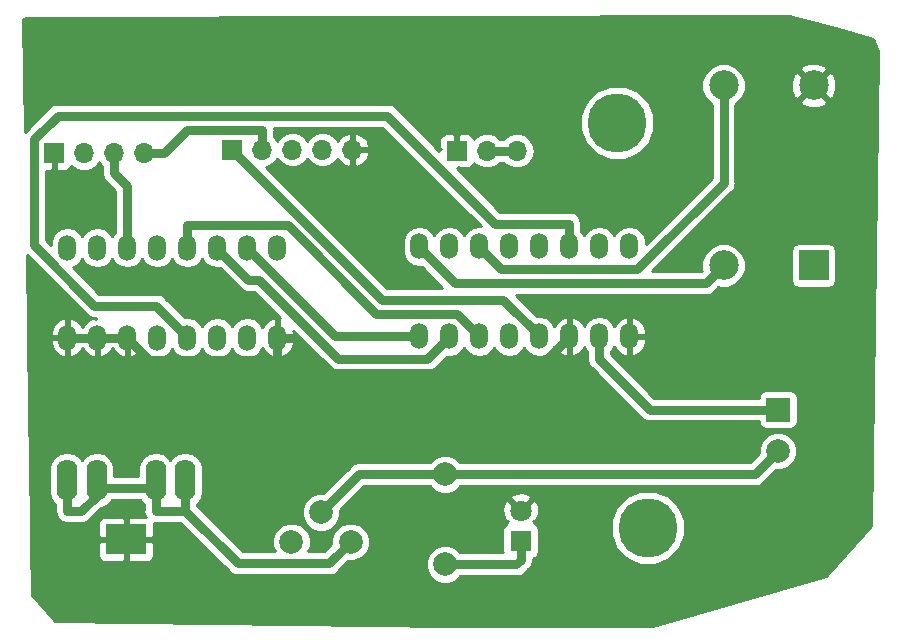
<source format=gbr>
G04 #@! TF.GenerationSoftware,KiCad,Pcbnew,(5.0.0)*
G04 #@! TF.CreationDate,2018-09-05T22:09:31+02:00*
G04 #@! TF.ProjectId,SN76849 Arduino nano shield,534E37363834392041726475696E6F20,20180905 0.7.06*
G04 #@! TF.SameCoordinates,Original*
G04 #@! TF.FileFunction,Copper,L1,Top,Signal*
G04 #@! TF.FilePolarity,Positive*
%FSLAX46Y46*%
G04 Gerber Fmt 4.6, Leading zero omitted, Abs format (unit mm)*
G04 Created by KiCad (PCBNEW (5.0.0)) date 09/05/18 22:09:31*
%MOMM*%
%LPD*%
G01*
G04 APERTURE LIST*
G04 #@! TA.AperFunction,ComponentPad*
%ADD10C,1.800000*%
G04 #@! TD*
G04 #@! TA.AperFunction,ComponentPad*
%ADD11R,1.800000X1.800000*%
G04 #@! TD*
G04 #@! TA.AperFunction,ComponentPad*
%ADD12O,1.700000X1.700000*%
G04 #@! TD*
G04 #@! TA.AperFunction,ComponentPad*
%ADD13R,1.700000X1.700000*%
G04 #@! TD*
G04 #@! TA.AperFunction,ComponentPad*
%ADD14C,5.000000*%
G04 #@! TD*
G04 #@! TA.AperFunction,ComponentPad*
%ADD15R,3.500000X2.500000*%
G04 #@! TD*
G04 #@! TA.AperFunction,ComponentPad*
%ADD16O,1.750000X3.500000*%
G04 #@! TD*
G04 #@! TA.AperFunction,ComponentPad*
%ADD17C,1.998980*%
G04 #@! TD*
G04 #@! TA.AperFunction,ComponentPad*
%ADD18O,1.501140X2.199640*%
G04 #@! TD*
G04 #@! TA.AperFunction,ComponentPad*
%ADD19C,2.500000*%
G04 #@! TD*
G04 #@! TA.AperFunction,ComponentPad*
%ADD20R,2.500000X2.500000*%
G04 #@! TD*
G04 #@! TA.AperFunction,ComponentPad*
%ADD21R,2.000000X2.000000*%
G04 #@! TD*
G04 #@! TA.AperFunction,ComponentPad*
%ADD22C,2.000000*%
G04 #@! TD*
G04 #@! TA.AperFunction,Conductor*
%ADD23C,0.750000*%
G04 #@! TD*
G04 #@! TA.AperFunction,Conductor*
%ADD24C,0.254000*%
G04 #@! TD*
G04 APERTURE END LIST*
D10*
G04 #@! TO.P,D1,2*
G04 #@! TO.N,GND*
X77200000Y-65360000D03*
D11*
G04 #@! TO.P,D1,1*
G04 #@! TO.N,Net-(D1-Pad1)*
X77200000Y-67900000D03*
G04 #@! TD*
D12*
G04 #@! TO.P,J1,5*
G04 #@! TO.N,GND*
X62960000Y-34800000D03*
G04 #@! TO.P,J1,4*
G04 #@! TO.N,/VCC*
X60420000Y-34800000D03*
G04 #@! TO.P,J1,3*
G04 #@! TO.N,/SCL*
X57880000Y-34800000D03*
G04 #@! TO.P,J1,2*
G04 #@! TO.N,/SDA*
X55340000Y-34800000D03*
D13*
G04 #@! TO.P,J1,1*
G04 #@! TO.N,/~WE*
X52800000Y-34800000D03*
G04 #@! TD*
D12*
G04 #@! TO.P,J2,3*
G04 #@! TO.N,/Audio*
X76880000Y-34900000D03*
G04 #@! TO.P,J2,2*
X74340000Y-34900000D03*
D13*
G04 #@! TO.P,J2,1*
G04 #@! TO.N,GND*
X71800000Y-34900000D03*
G04 #@! TD*
D12*
G04 #@! TO.P,J3,4*
G04 #@! TO.N,/SDA*
X45320000Y-35100000D03*
G04 #@! TO.P,J3,3*
G04 #@! TO.N,/SCL*
X42780000Y-35100000D03*
G04 #@! TO.P,J3,2*
G04 #@! TO.N,/VCC*
X40240000Y-35100000D03*
D13*
G04 #@! TO.P,J3,1*
G04 #@! TO.N,GND*
X37700000Y-35100000D03*
G04 #@! TD*
D14*
G04 #@! TO.P,J6,1*
G04 #@! TO.N,Net-(J6-Pad1)*
X87950000Y-66800000D03*
G04 #@! TD*
G04 #@! TO.P,J7,1*
G04 #@! TO.N,Net-(J7-Pad1)*
X85400000Y-32500000D03*
G04 #@! TD*
D15*
G04 #@! TO.P,J8,1*
G04 #@! TO.N,GND*
X43800000Y-67796000D03*
D16*
G04 #@! TO.P,J8,2*
G04 #@! TO.N,Net-(J8-Pad2)*
X38800000Y-62790000D03*
G04 #@! TO.P,J8,3*
X48800000Y-62790000D03*
G04 #@! TO.P,J8,4*
X41300000Y-62790000D03*
G04 #@! TO.P,J8,5*
X46300000Y-62790000D03*
G04 #@! TD*
D17*
G04 #@! TO.P,R3,1*
G04 #@! TO.N,Net-(D1-Pad1)*
X70800000Y-69900000D03*
G04 #@! TO.P,R3,2*
G04 #@! TO.N,Net-(C1-Pad2)*
X70800000Y-62280000D03*
G04 #@! TD*
D18*
G04 #@! TO.P,U1,1*
G04 #@! TO.N,GND*
X38810000Y-50710000D03*
G04 #@! TO.P,U1,2*
X41350000Y-50710000D03*
G04 #@! TO.P,U1,3*
X43890000Y-50710000D03*
G04 #@! TO.P,U1,4*
G04 #@! TO.N,/P0*
X46430000Y-50710000D03*
G04 #@! TO.P,U1,5*
G04 #@! TO.N,/P1*
X48970000Y-50710000D03*
G04 #@! TO.P,U1,6*
G04 #@! TO.N,/P2*
X51510000Y-50710000D03*
G04 #@! TO.P,U1,7*
G04 #@! TO.N,/P3*
X54050000Y-50710000D03*
G04 #@! TO.P,U1,8*
G04 #@! TO.N,GND*
X56590000Y-50710000D03*
G04 #@! TO.P,U1,9*
G04 #@! TO.N,/P4*
X56590000Y-43090000D03*
G04 #@! TO.P,U1,10*
G04 #@! TO.N,/P5*
X54050000Y-43090000D03*
G04 #@! TO.P,U1,11*
G04 #@! TO.N,/P6*
X51510000Y-43090000D03*
G04 #@! TO.P,U1,12*
G04 #@! TO.N,/P7*
X48970000Y-43090000D03*
G04 #@! TO.P,U1,13*
G04 #@! TO.N,Net-(U1-Pad13)*
X46430000Y-43090000D03*
G04 #@! TO.P,U1,14*
G04 #@! TO.N,/SCL*
X43890000Y-43090000D03*
G04 #@! TO.P,U1,15*
G04 #@! TO.N,/SDA*
X41350000Y-43090000D03*
G04 #@! TO.P,U1,16*
G04 #@! TO.N,/VCC*
X38810000Y-43090000D03*
G04 #@! TD*
G04 #@! TO.P,U3,16*
G04 #@! TO.N,/VCC*
X68610000Y-42990000D03*
G04 #@! TO.P,U3,15*
G04 #@! TO.N,/P4*
X71150000Y-42990000D03*
G04 #@! TO.P,U3,14*
G04 #@! TO.N,/Clock*
X73690000Y-42990000D03*
G04 #@! TO.P,U3,13*
G04 #@! TO.N,/P3*
X76230000Y-42990000D03*
G04 #@! TO.P,U3,12*
G04 #@! TO.N,/P2*
X78770000Y-42990000D03*
G04 #@! TO.P,U3,11*
G04 #@! TO.N,/P1*
X81310000Y-42990000D03*
G04 #@! TO.P,U3,10*
G04 #@! TO.N,/P0*
X83850000Y-42990000D03*
G04 #@! TO.P,U3,9*
G04 #@! TO.N,Net-(U3-Pad9)*
X86390000Y-42990000D03*
G04 #@! TO.P,U3,8*
G04 #@! TO.N,GND*
X86390000Y-50610000D03*
G04 #@! TO.P,U3,7*
G04 #@! TO.N,/Audio*
X83850000Y-50610000D03*
G04 #@! TO.P,U3,6*
G04 #@! TO.N,GND*
X81310000Y-50610000D03*
G04 #@! TO.P,U3,5*
G04 #@! TO.N,/~WE*
X78770000Y-50610000D03*
G04 #@! TO.P,U3,4*
G04 #@! TO.N,Net-(U3-Pad4)*
X76230000Y-50610000D03*
G04 #@! TO.P,U3,3*
G04 #@! TO.N,/P7*
X73690000Y-50610000D03*
G04 #@! TO.P,U3,2*
G04 #@! TO.N,/P6*
X71150000Y-50610000D03*
G04 #@! TO.P,U3,1*
G04 #@! TO.N,/P5*
X68610000Y-50610000D03*
G04 #@! TD*
D19*
G04 #@! TO.P,X1,7*
G04 #@! TO.N,GND*
X102000000Y-29360000D03*
G04 #@! TO.P,X1,8*
G04 #@! TO.N,/Clock*
X94380000Y-29360000D03*
G04 #@! TO.P,X1,14*
G04 #@! TO.N,/VCC*
X94380000Y-44600000D03*
D20*
G04 #@! TO.P,X1,1*
G04 #@! TO.N,Net-(X1-Pad1)*
X102000000Y-44600000D03*
G04 #@! TD*
D21*
G04 #@! TO.P,C1,1*
G04 #@! TO.N,/Audio*
X99000000Y-56800000D03*
D22*
G04 #@! TO.P,C1,2*
G04 #@! TO.N,Net-(C1-Pad2)*
X99000000Y-60300000D03*
G04 #@! TD*
D17*
G04 #@! TO.P,RV1,1*
G04 #@! TO.N,Net-(RV1-Pad1)*
X57800640Y-67999360D03*
G04 #@! TO.P,RV1,2*
G04 #@! TO.N,Net-(C1-Pad2)*
X60300000Y-65500000D03*
G04 #@! TO.P,RV1,3*
G04 #@! TO.N,Net-(J8-Pad2)*
X62799360Y-67999360D03*
G04 #@! TD*
D23*
G04 #@! TO.N,/Audio*
X83850000Y-50610000D02*
X83850000Y-52535200D01*
X99000000Y-56800000D02*
X88114800Y-56800000D01*
X88114800Y-56800000D02*
X83850000Y-52535200D01*
X74340000Y-34900000D02*
X76880000Y-34900000D01*
G04 #@! TO.N,Net-(C1-Pad2)*
X70800000Y-62280000D02*
X97020000Y-62280000D01*
X97020000Y-62280000D02*
X99000000Y-60300000D01*
X60300000Y-65500000D02*
X63520000Y-62280000D01*
X63520000Y-62280000D02*
X70800000Y-62280000D01*
G04 #@! TO.N,Net-(D1-Pad1)*
X77200000Y-67900000D02*
X77200000Y-69550000D01*
X77200000Y-69550000D02*
X76850000Y-69900000D01*
X76850000Y-69900000D02*
X70800000Y-69900000D01*
G04 #@! TO.N,GND*
X56590000Y-50710000D02*
X58165900Y-50710000D01*
X81310000Y-50610000D02*
X81310000Y-50692800D01*
X81310000Y-50692800D02*
X78267200Y-53735600D01*
X78267200Y-53735600D02*
X61191500Y-53735600D01*
X61191500Y-53735600D02*
X58165900Y-50710000D01*
X43890000Y-50710000D02*
X42925900Y-50710000D01*
X41350000Y-50710000D02*
X42925900Y-50710000D01*
X56590000Y-52635200D02*
X45742200Y-52635200D01*
X45742200Y-52635200D02*
X43890000Y-50783000D01*
X43890000Y-50783000D02*
X43890000Y-50710000D01*
X41350000Y-50710000D02*
X38810000Y-50710000D01*
X56590000Y-50710000D02*
X56590000Y-52635200D01*
G04 #@! TO.N,/VCC*
X94380000Y-44600000D02*
X92863100Y-46116900D01*
X92863100Y-46116900D02*
X71657200Y-46116900D01*
X71657200Y-46116900D02*
X68610000Y-43069700D01*
X68610000Y-43069700D02*
X68610000Y-42990000D01*
G04 #@! TO.N,/SCL*
X42780000Y-35100000D02*
X42780000Y-36775300D01*
X43890000Y-43090000D02*
X43890000Y-37885300D01*
X43890000Y-37885300D02*
X42780000Y-36775300D01*
G04 #@! TO.N,/SDA*
X55340000Y-34800000D02*
X55340000Y-33124700D01*
X45320000Y-35100000D02*
X46995300Y-35100000D01*
X46995300Y-35100000D02*
X48970600Y-33124700D01*
X48970600Y-33124700D02*
X55340000Y-33124700D01*
G04 #@! TO.N,Net-(J8-Pad2)*
X62799400Y-67999400D02*
X60973200Y-69825600D01*
X60973200Y-69825600D02*
X53260300Y-69825600D01*
X53260300Y-69825600D02*
X48800000Y-65365300D01*
X46300000Y-63433800D02*
X46300000Y-65365300D01*
X46300000Y-62790000D02*
X46300000Y-63433800D01*
X41300000Y-63433800D02*
X46300000Y-63433800D01*
X41300000Y-63433800D02*
X41300000Y-64077600D01*
X41300000Y-62790000D02*
X41300000Y-63433800D01*
X48800000Y-62790000D02*
X48800000Y-65365300D01*
X46300000Y-65365300D02*
X48800000Y-65365300D01*
X38800000Y-62790000D02*
X38800000Y-65365300D01*
X41300000Y-64077600D02*
X40012300Y-65365300D01*
X40012300Y-65365300D02*
X38800000Y-65365300D01*
G04 #@! TO.N,/P1*
X81310000Y-42990000D02*
X81310000Y-41064800D01*
X81310000Y-41064800D02*
X75059900Y-41064800D01*
X75059900Y-41064800D02*
X65915800Y-31920700D01*
X65915800Y-31920700D02*
X38009900Y-31920700D01*
X38009900Y-31920700D02*
X36013600Y-33917000D01*
X36013600Y-33917000D02*
X36013600Y-42894900D01*
X36013600Y-42894900D02*
X41123400Y-48004700D01*
X41123400Y-48004700D02*
X46349400Y-48004700D01*
X46349400Y-48004700D02*
X48970000Y-50625300D01*
X48970000Y-50625300D02*
X48970000Y-50710000D01*
G04 #@! TO.N,/P5*
X68610000Y-50610000D02*
X61527500Y-50610000D01*
X61527500Y-50610000D02*
X54050000Y-43132500D01*
X54050000Y-43132500D02*
X54050000Y-43090000D01*
G04 #@! TO.N,/P6*
X71150000Y-50610000D02*
X71150000Y-50692800D01*
X71150000Y-50692800D02*
X69307600Y-52535200D01*
X69307600Y-52535200D02*
X61750500Y-52535200D01*
X61750500Y-52535200D02*
X55010600Y-45795300D01*
X55010600Y-45795300D02*
X54130600Y-45795300D01*
X54130600Y-45795300D02*
X51510000Y-43174700D01*
X51510000Y-43174700D02*
X51510000Y-43090000D01*
G04 #@! TO.N,/P7*
X73690000Y-50610000D02*
X73690000Y-50538900D01*
X73690000Y-50538900D02*
X71835900Y-48684800D01*
X71835900Y-48684800D02*
X64987100Y-48684800D01*
X64987100Y-48684800D02*
X57467100Y-41164800D01*
X57467100Y-41164800D02*
X48970000Y-41164800D01*
X48970000Y-43090000D02*
X48970000Y-41164800D01*
G04 #@! TO.N,/~WE*
X78770000Y-50610000D02*
X78770000Y-50527300D01*
X78770000Y-50527300D02*
X75727100Y-47484400D01*
X75727100Y-47484400D02*
X65484400Y-47484400D01*
X65484400Y-47484400D02*
X52800000Y-34800000D01*
G04 #@! TO.N,/Clock*
X94380000Y-29360000D02*
X94380000Y-37628600D01*
X94380000Y-37628600D02*
X87092100Y-44916500D01*
X87092100Y-44916500D02*
X75573100Y-44916500D01*
X75573100Y-44916500D02*
X73690000Y-43033400D01*
X73690000Y-43033400D02*
X73690000Y-42990000D01*
G04 #@! TD*
D24*
G04 #@! TO.N,GND*
G36*
X104136486Y-24573824D02*
X107009989Y-25406149D01*
X107488351Y-26406360D01*
X106894023Y-66622599D01*
X103057954Y-70874629D01*
X88399485Y-75139802D01*
X71180661Y-75106073D01*
X37758279Y-74673744D01*
X35856048Y-72499765D01*
X35784646Y-68081750D01*
X41415000Y-68081750D01*
X41415000Y-69172310D01*
X41511673Y-69405699D01*
X41690302Y-69584327D01*
X41923691Y-69681000D01*
X43514250Y-69681000D01*
X43673000Y-69522250D01*
X43673000Y-67923000D01*
X43927000Y-67923000D01*
X43927000Y-69522250D01*
X44085750Y-69681000D01*
X45676309Y-69681000D01*
X45909698Y-69584327D01*
X46088327Y-69405699D01*
X46185000Y-69172310D01*
X46185000Y-68081750D01*
X46026250Y-67923000D01*
X43927000Y-67923000D01*
X43673000Y-67923000D01*
X41573750Y-67923000D01*
X41415000Y-68081750D01*
X35784646Y-68081750D01*
X35757785Y-66419690D01*
X41415000Y-66419690D01*
X41415000Y-67510250D01*
X41573750Y-67669000D01*
X43673000Y-67669000D01*
X43673000Y-66069750D01*
X43514250Y-65911000D01*
X41923691Y-65911000D01*
X41690302Y-66007673D01*
X41511673Y-66186301D01*
X41415000Y-66419690D01*
X35757785Y-66419690D01*
X35682578Y-61766282D01*
X37290000Y-61766282D01*
X37290000Y-63813717D01*
X37377612Y-64254172D01*
X37711351Y-64753649D01*
X37790001Y-64806201D01*
X37790001Y-65265820D01*
X37770213Y-65365300D01*
X37848601Y-65759382D01*
X38071831Y-66093469D01*
X38405918Y-66316699D01*
X38700524Y-66375300D01*
X38700525Y-66375300D01*
X38800000Y-66395087D01*
X38899476Y-66375300D01*
X39912829Y-66375300D01*
X40012300Y-66395086D01*
X40111771Y-66375300D01*
X40111776Y-66375300D01*
X40406382Y-66316699D01*
X40740469Y-66093469D01*
X40796818Y-66009137D01*
X41676206Y-65129750D01*
X41889172Y-65087388D01*
X42388649Y-64753649D01*
X42595683Y-64443800D01*
X45004317Y-64443800D01*
X45211351Y-64753649D01*
X45290001Y-64806201D01*
X45290001Y-65265820D01*
X45270213Y-65365300D01*
X45348601Y-65759382D01*
X45449909Y-65911000D01*
X44085750Y-65911000D01*
X43927000Y-66069750D01*
X43927000Y-67669000D01*
X46026250Y-67669000D01*
X46185000Y-67510250D01*
X46185000Y-66419690D01*
X46163568Y-66367949D01*
X46200524Y-66375300D01*
X46200525Y-66375300D01*
X46300000Y-66395087D01*
X46399476Y-66375300D01*
X48381645Y-66375300D01*
X52475784Y-70469440D01*
X52532131Y-70553769D01*
X52616460Y-70610116D01*
X52616462Y-70610118D01*
X52791405Y-70727011D01*
X52866218Y-70776999D01*
X53160824Y-70835600D01*
X53160829Y-70835600D01*
X53260300Y-70855386D01*
X53359771Y-70835600D01*
X60873729Y-70835600D01*
X60973200Y-70855386D01*
X61072671Y-70835600D01*
X61072676Y-70835600D01*
X61367282Y-70776999D01*
X61701369Y-70553769D01*
X61757718Y-70469438D01*
X62593305Y-69633850D01*
X63124480Y-69633850D01*
X63266846Y-69574880D01*
X69165510Y-69574880D01*
X69165510Y-70225120D01*
X69414346Y-70825864D01*
X69874136Y-71285654D01*
X70474880Y-71534490D01*
X71125120Y-71534490D01*
X71725864Y-71285654D01*
X72101518Y-70910000D01*
X76750529Y-70910000D01*
X76850000Y-70929786D01*
X76949471Y-70910000D01*
X76949476Y-70910000D01*
X77244082Y-70851399D01*
X77578169Y-70628169D01*
X77634518Y-70543837D01*
X77843837Y-70334518D01*
X77928169Y-70278169D01*
X78151399Y-69944082D01*
X78210000Y-69649476D01*
X78210000Y-69649471D01*
X78229786Y-69550000D01*
X78210000Y-69450529D01*
X78210000Y-69425560D01*
X78347765Y-69398157D01*
X78557809Y-69257809D01*
X78698157Y-69047765D01*
X78747440Y-68800000D01*
X78747440Y-67000000D01*
X78698157Y-66752235D01*
X78557809Y-66542191D01*
X78359886Y-66409942D01*
X78394718Y-66375110D01*
X78280161Y-66260553D01*
X78529928Y-66176410D01*
X84815000Y-66176410D01*
X84815000Y-67423590D01*
X85292276Y-68575835D01*
X86174165Y-69457724D01*
X87326410Y-69935000D01*
X88573590Y-69935000D01*
X89725835Y-69457724D01*
X90607724Y-68575835D01*
X91085000Y-67423590D01*
X91085000Y-66176410D01*
X90607724Y-65024165D01*
X89725835Y-64142276D01*
X88573590Y-63665000D01*
X87326410Y-63665000D01*
X86174165Y-64142276D01*
X85292276Y-65024165D01*
X84815000Y-66176410D01*
X78529928Y-66176410D01*
X78536643Y-66174148D01*
X78746458Y-65600664D01*
X78720839Y-64990540D01*
X78536643Y-64545852D01*
X78280159Y-64459446D01*
X77379605Y-65360000D01*
X77393748Y-65374143D01*
X77214143Y-65553748D01*
X77200000Y-65539605D01*
X77185858Y-65553748D01*
X77006253Y-65374143D01*
X77020395Y-65360000D01*
X76119841Y-64459446D01*
X75863357Y-64545852D01*
X75653542Y-65119336D01*
X75679161Y-65729460D01*
X75863357Y-66174148D01*
X76119839Y-66260553D01*
X76005282Y-66375110D01*
X76040114Y-66409942D01*
X75842191Y-66542191D01*
X75701843Y-66752235D01*
X75652560Y-67000000D01*
X75652560Y-68800000D01*
X75670462Y-68890000D01*
X72101518Y-68890000D01*
X71725864Y-68514346D01*
X71125120Y-68265510D01*
X70474880Y-68265510D01*
X69874136Y-68514346D01*
X69414346Y-68974136D01*
X69165510Y-69574880D01*
X63266846Y-69574880D01*
X63725224Y-69385014D01*
X64185014Y-68925224D01*
X64433850Y-68324480D01*
X64433850Y-67674240D01*
X64185014Y-67073496D01*
X63725224Y-66613706D01*
X63124480Y-66364870D01*
X62474240Y-66364870D01*
X61873496Y-66613706D01*
X61413706Y-67073496D01*
X61164870Y-67674240D01*
X61164870Y-68205575D01*
X60554845Y-68815600D01*
X59231702Y-68815600D01*
X59435130Y-68324480D01*
X59435130Y-67674240D01*
X59186294Y-67073496D01*
X58726504Y-66613706D01*
X58125760Y-66364870D01*
X57475520Y-66364870D01*
X56874776Y-66613706D01*
X56414986Y-67073496D01*
X56166150Y-67674240D01*
X56166150Y-68324480D01*
X56369578Y-68815600D01*
X53678656Y-68815600D01*
X50037936Y-65174880D01*
X58665510Y-65174880D01*
X58665510Y-65825120D01*
X58914346Y-66425864D01*
X59374136Y-66885654D01*
X59974880Y-67134490D01*
X60625120Y-67134490D01*
X61225864Y-66885654D01*
X61685654Y-66425864D01*
X61934490Y-65825120D01*
X61934490Y-65293865D01*
X62948514Y-64279841D01*
X76299446Y-64279841D01*
X77200000Y-65180395D01*
X78100554Y-64279841D01*
X78014148Y-64023357D01*
X77440664Y-63813542D01*
X76830540Y-63839161D01*
X76385852Y-64023357D01*
X76299446Y-64279841D01*
X62948514Y-64279841D01*
X63938356Y-63290000D01*
X69498482Y-63290000D01*
X69874136Y-63665654D01*
X70474880Y-63914490D01*
X71125120Y-63914490D01*
X71725864Y-63665654D01*
X72101518Y-63290000D01*
X96920529Y-63290000D01*
X97020000Y-63309786D01*
X97119471Y-63290000D01*
X97119476Y-63290000D01*
X97414082Y-63231399D01*
X97748169Y-63008169D01*
X97804518Y-62923838D01*
X98793356Y-61935000D01*
X99325222Y-61935000D01*
X99926153Y-61686086D01*
X100386086Y-61226153D01*
X100635000Y-60625222D01*
X100635000Y-59974778D01*
X100386086Y-59373847D01*
X99926153Y-58913914D01*
X99325222Y-58665000D01*
X98674778Y-58665000D01*
X98073847Y-58913914D01*
X97613914Y-59373847D01*
X97365000Y-59974778D01*
X97365000Y-60506644D01*
X96601645Y-61270000D01*
X72101518Y-61270000D01*
X71725864Y-60894346D01*
X71125120Y-60645510D01*
X70474880Y-60645510D01*
X69874136Y-60894346D01*
X69498482Y-61270000D01*
X63619471Y-61270000D01*
X63520000Y-61250214D01*
X63420529Y-61270000D01*
X63420524Y-61270000D01*
X63125918Y-61328601D01*
X63125916Y-61328602D01*
X63125917Y-61328602D01*
X62876162Y-61495482D01*
X62876160Y-61495484D01*
X62791831Y-61551831D01*
X62735484Y-61636160D01*
X60506135Y-63865510D01*
X59974880Y-63865510D01*
X59374136Y-64114346D01*
X58914346Y-64574136D01*
X58665510Y-65174880D01*
X50037936Y-65174880D01*
X49810000Y-64946945D01*
X49810000Y-64806200D01*
X49888649Y-64753649D01*
X50222388Y-64254173D01*
X50310000Y-63813718D01*
X50310000Y-61766282D01*
X50222388Y-61325827D01*
X49888649Y-60826351D01*
X49389173Y-60492612D01*
X48800000Y-60375418D01*
X48210828Y-60492612D01*
X47711352Y-60826351D01*
X47550000Y-61067831D01*
X47388649Y-60826351D01*
X46889173Y-60492612D01*
X46300000Y-60375418D01*
X45710828Y-60492612D01*
X45211352Y-60826351D01*
X44877613Y-61325827D01*
X44790000Y-61766282D01*
X44790000Y-62423800D01*
X42810000Y-62423800D01*
X42810000Y-61766282D01*
X42722388Y-61325827D01*
X42388649Y-60826351D01*
X41889173Y-60492612D01*
X41300000Y-60375418D01*
X40710828Y-60492612D01*
X40211352Y-60826351D01*
X40050000Y-61067831D01*
X39888649Y-60826351D01*
X39389173Y-60492612D01*
X38800000Y-60375418D01*
X38210828Y-60492612D01*
X37711352Y-60826351D01*
X37377613Y-61325827D01*
X37290000Y-61766282D01*
X35682578Y-61766282D01*
X35505944Y-50837000D01*
X37424430Y-50837000D01*
X37424430Y-51186250D01*
X37578501Y-51706817D01*
X37920056Y-52128798D01*
X38397097Y-52387950D01*
X38468725Y-52402133D01*
X38683000Y-52279479D01*
X38683000Y-50837000D01*
X38937000Y-50837000D01*
X38937000Y-52279479D01*
X39151275Y-52402133D01*
X39222903Y-52387950D01*
X39699944Y-52128798D01*
X40041499Y-51706817D01*
X40080000Y-51576732D01*
X40118501Y-51706817D01*
X40460056Y-52128798D01*
X40937097Y-52387950D01*
X41008725Y-52402133D01*
X41223000Y-52279479D01*
X41223000Y-50837000D01*
X41477000Y-50837000D01*
X41477000Y-52279479D01*
X41691275Y-52402133D01*
X41762903Y-52387950D01*
X42239944Y-52128798D01*
X42581499Y-51706817D01*
X42620000Y-51576732D01*
X42658501Y-51706817D01*
X43000056Y-52128798D01*
X43477097Y-52387950D01*
X43548725Y-52402133D01*
X43763000Y-52279479D01*
X43763000Y-50837000D01*
X41477000Y-50837000D01*
X41223000Y-50837000D01*
X38937000Y-50837000D01*
X38683000Y-50837000D01*
X37424430Y-50837000D01*
X35505944Y-50837000D01*
X35496195Y-50233750D01*
X37424430Y-50233750D01*
X37424430Y-50583000D01*
X38683000Y-50583000D01*
X38683000Y-49140521D01*
X38468725Y-49017867D01*
X38397097Y-49032050D01*
X37920056Y-49291202D01*
X37578501Y-49713183D01*
X37424430Y-50233750D01*
X35496195Y-50233750D01*
X35390602Y-43700257D01*
X40338884Y-48648540D01*
X40395231Y-48732869D01*
X40479560Y-48789216D01*
X40479561Y-48789217D01*
X40567590Y-48848036D01*
X40729318Y-48956099D01*
X41023924Y-49014700D01*
X41023928Y-49014700D01*
X41123399Y-49034486D01*
X41222870Y-49014700D01*
X41222998Y-49014700D01*
X41222998Y-49140520D01*
X41008725Y-49017867D01*
X40937097Y-49032050D01*
X40460056Y-49291202D01*
X40118501Y-49713183D01*
X40080000Y-49843268D01*
X40041499Y-49713183D01*
X39699944Y-49291202D01*
X39222903Y-49032050D01*
X39151275Y-49017867D01*
X38937000Y-49140521D01*
X38937000Y-50583000D01*
X41223000Y-50583000D01*
X41223000Y-50563000D01*
X41477000Y-50563000D01*
X41477000Y-50583000D01*
X43763000Y-50583000D01*
X43763000Y-50563000D01*
X44017000Y-50563000D01*
X44017000Y-50583000D01*
X44037000Y-50583000D01*
X44037000Y-50837000D01*
X44017000Y-50837000D01*
X44017000Y-52279479D01*
X44231275Y-52402133D01*
X44302903Y-52387950D01*
X44779944Y-52128798D01*
X45121499Y-51706817D01*
X45144455Y-51629255D01*
X45431061Y-52058190D01*
X45889379Y-52364428D01*
X46430000Y-52471964D01*
X46970622Y-52364428D01*
X47428940Y-52058190D01*
X47700000Y-51652520D01*
X47971061Y-52058190D01*
X48429379Y-52364428D01*
X48970000Y-52471964D01*
X49510622Y-52364428D01*
X49968940Y-52058190D01*
X50240000Y-51652520D01*
X50511061Y-52058190D01*
X50969379Y-52364428D01*
X51510000Y-52471964D01*
X52050622Y-52364428D01*
X52508940Y-52058190D01*
X52780000Y-51652520D01*
X53051061Y-52058190D01*
X53509379Y-52364428D01*
X54050000Y-52471964D01*
X54590622Y-52364428D01*
X55048940Y-52058190D01*
X55335545Y-51629255D01*
X55358501Y-51706817D01*
X55700056Y-52128798D01*
X56177097Y-52387950D01*
X56248725Y-52402133D01*
X56463000Y-52279479D01*
X56463000Y-50837000D01*
X56717000Y-50837000D01*
X56717000Y-52279479D01*
X56931275Y-52402133D01*
X57002903Y-52387950D01*
X57479944Y-52128798D01*
X57821499Y-51706817D01*
X57975570Y-51186250D01*
X57975570Y-50837000D01*
X56717000Y-50837000D01*
X56463000Y-50837000D01*
X56443000Y-50837000D01*
X56443000Y-50583000D01*
X56463000Y-50583000D01*
X56463000Y-49140521D01*
X56248725Y-49017867D01*
X56177097Y-49032050D01*
X55700056Y-49291202D01*
X55358501Y-49713183D01*
X55335545Y-49790745D01*
X55048939Y-49361810D01*
X54590621Y-49055572D01*
X54050000Y-48948036D01*
X53509378Y-49055572D01*
X53051060Y-49361811D01*
X52780000Y-49767481D01*
X52508939Y-49361810D01*
X52050621Y-49055572D01*
X51510000Y-48948036D01*
X50969378Y-49055572D01*
X50511060Y-49361811D01*
X50240000Y-49767481D01*
X49968939Y-49361810D01*
X49510621Y-49055572D01*
X48970000Y-48948036D01*
X48762388Y-48989333D01*
X47133918Y-47360863D01*
X47077569Y-47276531D01*
X46743482Y-47053301D01*
X46448876Y-46994700D01*
X46448871Y-46994700D01*
X46349400Y-46974914D01*
X46249929Y-46994700D01*
X41541756Y-46994700D01*
X39301295Y-44754240D01*
X39350622Y-44744428D01*
X39808940Y-44438190D01*
X40080000Y-44032520D01*
X40351061Y-44438190D01*
X40809379Y-44744428D01*
X41350000Y-44851964D01*
X41890622Y-44744428D01*
X42348940Y-44438190D01*
X42620000Y-44032520D01*
X42891061Y-44438190D01*
X43349379Y-44744428D01*
X43890000Y-44851964D01*
X44430622Y-44744428D01*
X44888940Y-44438190D01*
X45160000Y-44032520D01*
X45431061Y-44438190D01*
X45889379Y-44744428D01*
X46430000Y-44851964D01*
X46970622Y-44744428D01*
X47428940Y-44438190D01*
X47700000Y-44032520D01*
X47971061Y-44438190D01*
X48429379Y-44744428D01*
X48970000Y-44851964D01*
X49510622Y-44744428D01*
X49968940Y-44438190D01*
X50240000Y-44032520D01*
X50511061Y-44438190D01*
X50969379Y-44744428D01*
X51510000Y-44851964D01*
X51717612Y-44810667D01*
X53346082Y-46439137D01*
X53402431Y-46523469D01*
X53736518Y-46746699D01*
X54031124Y-46805300D01*
X54031128Y-46805300D01*
X54130599Y-46825086D01*
X54230070Y-46805300D01*
X54592245Y-46805300D01*
X56850849Y-49063904D01*
X56717000Y-49140521D01*
X56717000Y-50583000D01*
X57975570Y-50583000D01*
X57975570Y-50233750D01*
X57956600Y-50169656D01*
X60965984Y-53179040D01*
X61022331Y-53263369D01*
X61106660Y-53319716D01*
X61106662Y-53319718D01*
X61281605Y-53436611D01*
X61356418Y-53486599D01*
X61651024Y-53545200D01*
X61651029Y-53545200D01*
X61750500Y-53564986D01*
X61849971Y-53545200D01*
X69208129Y-53545200D01*
X69307600Y-53564986D01*
X69407071Y-53545200D01*
X69407076Y-53545200D01*
X69701682Y-53486599D01*
X70035769Y-53263369D01*
X70092118Y-53179037D01*
X70940803Y-52330352D01*
X71150000Y-52371964D01*
X71690622Y-52264428D01*
X72148940Y-51958190D01*
X72420000Y-51552520D01*
X72691061Y-51958190D01*
X73149379Y-52264428D01*
X73690000Y-52371964D01*
X74230622Y-52264428D01*
X74688940Y-51958190D01*
X74960000Y-51552520D01*
X75231061Y-51958190D01*
X75689379Y-52264428D01*
X76230000Y-52371964D01*
X76770622Y-52264428D01*
X77228940Y-51958190D01*
X77500000Y-51552520D01*
X77771061Y-51958190D01*
X78229379Y-52264428D01*
X78770000Y-52371964D01*
X79310622Y-52264428D01*
X79768940Y-51958190D01*
X80055545Y-51529255D01*
X80078501Y-51606817D01*
X80420056Y-52028798D01*
X80897097Y-52287950D01*
X80968725Y-52302133D01*
X81183000Y-52179479D01*
X81183000Y-50737000D01*
X81163000Y-50737000D01*
X81163000Y-50483000D01*
X81183000Y-50483000D01*
X81183000Y-49040521D01*
X81437000Y-49040521D01*
X81437000Y-50483000D01*
X81457000Y-50483000D01*
X81457000Y-50737000D01*
X81437000Y-50737000D01*
X81437000Y-52179479D01*
X81651275Y-52302133D01*
X81722903Y-52287950D01*
X82199944Y-52028798D01*
X82541499Y-51606817D01*
X82564455Y-51529255D01*
X82840001Y-51941637D01*
X82840001Y-52435725D01*
X82820214Y-52535200D01*
X82898602Y-52929282D01*
X83065482Y-53179037D01*
X83065485Y-53179040D01*
X83121832Y-53263369D01*
X83206161Y-53319716D01*
X87330284Y-57443840D01*
X87386631Y-57528169D01*
X87470960Y-57584516D01*
X87470962Y-57584518D01*
X87645905Y-57701411D01*
X87720718Y-57751399D01*
X88015324Y-57810000D01*
X88015328Y-57810000D01*
X88114799Y-57829786D01*
X88214270Y-57810000D01*
X97354549Y-57810000D01*
X97401843Y-58047765D01*
X97542191Y-58257809D01*
X97752235Y-58398157D01*
X98000000Y-58447440D01*
X100000000Y-58447440D01*
X100247765Y-58398157D01*
X100457809Y-58257809D01*
X100598157Y-58047765D01*
X100647440Y-57800000D01*
X100647440Y-55800000D01*
X100598157Y-55552235D01*
X100457809Y-55342191D01*
X100247765Y-55201843D01*
X100000000Y-55152560D01*
X98000000Y-55152560D01*
X97752235Y-55201843D01*
X97542191Y-55342191D01*
X97401843Y-55552235D01*
X97354549Y-55790000D01*
X88533156Y-55790000D01*
X84860000Y-52116845D01*
X84860000Y-51941638D01*
X85135545Y-51529255D01*
X85158501Y-51606817D01*
X85500056Y-52028798D01*
X85977097Y-52287950D01*
X86048725Y-52302133D01*
X86263000Y-52179479D01*
X86263000Y-50737000D01*
X86517000Y-50737000D01*
X86517000Y-52179479D01*
X86731275Y-52302133D01*
X86802903Y-52287950D01*
X87279944Y-52028798D01*
X87621499Y-51606817D01*
X87775570Y-51086250D01*
X87775570Y-50737000D01*
X86517000Y-50737000D01*
X86263000Y-50737000D01*
X86243000Y-50737000D01*
X86243000Y-50483000D01*
X86263000Y-50483000D01*
X86263000Y-49040521D01*
X86517000Y-49040521D01*
X86517000Y-50483000D01*
X87775570Y-50483000D01*
X87775570Y-50133750D01*
X87621499Y-49613183D01*
X87279944Y-49191202D01*
X86802903Y-48932050D01*
X86731275Y-48917867D01*
X86517000Y-49040521D01*
X86263000Y-49040521D01*
X86048725Y-48917867D01*
X85977097Y-48932050D01*
X85500056Y-49191202D01*
X85158501Y-49613183D01*
X85135545Y-49690745D01*
X84848939Y-49261810D01*
X84390621Y-48955572D01*
X83850000Y-48848036D01*
X83309378Y-48955572D01*
X82851060Y-49261811D01*
X82564455Y-49690746D01*
X82541499Y-49613183D01*
X82199944Y-49191202D01*
X81722903Y-48932050D01*
X81651275Y-48917867D01*
X81437000Y-49040521D01*
X81183000Y-49040521D01*
X80968725Y-48917867D01*
X80897097Y-48932050D01*
X80420056Y-49191202D01*
X80078501Y-49613183D01*
X80055545Y-49690745D01*
X79768939Y-49261810D01*
X79310621Y-48955572D01*
X78770000Y-48848036D01*
X78560720Y-48889664D01*
X76797955Y-47126900D01*
X92763629Y-47126900D01*
X92863100Y-47146686D01*
X92962571Y-47126900D01*
X92962576Y-47126900D01*
X93257182Y-47068299D01*
X93591269Y-46845069D01*
X93647618Y-46760738D01*
X93947283Y-46461072D01*
X94005050Y-46485000D01*
X94754950Y-46485000D01*
X95447767Y-46198026D01*
X95978026Y-45667767D01*
X96265000Y-44974950D01*
X96265000Y-44225050D01*
X95978026Y-43532233D01*
X95795793Y-43350000D01*
X100102560Y-43350000D01*
X100102560Y-45850000D01*
X100151843Y-46097765D01*
X100292191Y-46307809D01*
X100502235Y-46448157D01*
X100750000Y-46497440D01*
X103250000Y-46497440D01*
X103497765Y-46448157D01*
X103707809Y-46307809D01*
X103848157Y-46097765D01*
X103897440Y-45850000D01*
X103897440Y-43350000D01*
X103848157Y-43102235D01*
X103707809Y-42892191D01*
X103497765Y-42751843D01*
X103250000Y-42702560D01*
X100750000Y-42702560D01*
X100502235Y-42751843D01*
X100292191Y-42892191D01*
X100151843Y-43102235D01*
X100102560Y-43350000D01*
X95795793Y-43350000D01*
X95447767Y-43001974D01*
X94754950Y-42715000D01*
X94005050Y-42715000D01*
X93312233Y-43001974D01*
X92781974Y-43532233D01*
X92495000Y-44225050D01*
X92495000Y-44974950D01*
X92518928Y-45032717D01*
X92444745Y-45106900D01*
X88330055Y-45106900D01*
X95023837Y-38413118D01*
X95108169Y-38356769D01*
X95331399Y-38022682D01*
X95390000Y-37728076D01*
X95390000Y-37728072D01*
X95409786Y-37628601D01*
X95390000Y-37529130D01*
X95390000Y-30981954D01*
X95447767Y-30958026D01*
X95712473Y-30693320D01*
X100846285Y-30693320D01*
X100975533Y-30986123D01*
X101675806Y-31254388D01*
X102425435Y-31234250D01*
X103024467Y-30986123D01*
X103153715Y-30693320D01*
X102000000Y-29539605D01*
X100846285Y-30693320D01*
X95712473Y-30693320D01*
X95978026Y-30427767D01*
X96265000Y-29734950D01*
X96265000Y-29035806D01*
X100105612Y-29035806D01*
X100125750Y-29785435D01*
X100373877Y-30384467D01*
X100666680Y-30513715D01*
X101820395Y-29360000D01*
X102179605Y-29360000D01*
X103333320Y-30513715D01*
X103626123Y-30384467D01*
X103894388Y-29684194D01*
X103874250Y-28934565D01*
X103626123Y-28335533D01*
X103333320Y-28206285D01*
X102179605Y-29360000D01*
X101820395Y-29360000D01*
X100666680Y-28206285D01*
X100373877Y-28335533D01*
X100105612Y-29035806D01*
X96265000Y-29035806D01*
X96265000Y-28985050D01*
X95978026Y-28292233D01*
X95712473Y-28026680D01*
X100846285Y-28026680D01*
X102000000Y-29180395D01*
X103153715Y-28026680D01*
X103024467Y-27733877D01*
X102324194Y-27465612D01*
X101574565Y-27485750D01*
X100975533Y-27733877D01*
X100846285Y-28026680D01*
X95712473Y-28026680D01*
X95447767Y-27761974D01*
X94754950Y-27475000D01*
X94005050Y-27475000D01*
X93312233Y-27761974D01*
X92781974Y-28292233D01*
X92495000Y-28985050D01*
X92495000Y-29734950D01*
X92781974Y-30427767D01*
X93312233Y-30958026D01*
X93370000Y-30981954D01*
X93370001Y-37210244D01*
X87775570Y-42804675D01*
X87775570Y-42504287D01*
X87695178Y-42100128D01*
X87388939Y-41641810D01*
X86930621Y-41335572D01*
X86390000Y-41228036D01*
X85849378Y-41335572D01*
X85391060Y-41641811D01*
X85120000Y-42047481D01*
X84848939Y-41641810D01*
X84390621Y-41335572D01*
X83850000Y-41228036D01*
X83309378Y-41335572D01*
X82851060Y-41641811D01*
X82580000Y-42047481D01*
X82320000Y-41658364D01*
X82320000Y-41164276D01*
X82339787Y-41064800D01*
X82261399Y-40670718D01*
X82038169Y-40336631D01*
X81704082Y-40113401D01*
X81409476Y-40054800D01*
X81310000Y-40035013D01*
X81210525Y-40054800D01*
X75478255Y-40054800D01*
X71808455Y-36385000D01*
X71927002Y-36385000D01*
X71927002Y-36226252D01*
X72085750Y-36385000D01*
X72776310Y-36385000D01*
X73009699Y-36288327D01*
X73188327Y-36109698D01*
X73254904Y-35948967D01*
X73269375Y-35970625D01*
X73760582Y-36298839D01*
X74193744Y-36385000D01*
X74486256Y-36385000D01*
X74919418Y-36298839D01*
X75410625Y-35970625D01*
X75451133Y-35910000D01*
X75768867Y-35910000D01*
X75809375Y-35970625D01*
X76300582Y-36298839D01*
X76733744Y-36385000D01*
X77026256Y-36385000D01*
X77459418Y-36298839D01*
X77950625Y-35970625D01*
X78278839Y-35479418D01*
X78394092Y-34900000D01*
X78278839Y-34320582D01*
X77950625Y-33829375D01*
X77459418Y-33501161D01*
X77026256Y-33415000D01*
X76733744Y-33415000D01*
X76300582Y-33501161D01*
X75809375Y-33829375D01*
X75768867Y-33890000D01*
X75451133Y-33890000D01*
X75410625Y-33829375D01*
X74919418Y-33501161D01*
X74486256Y-33415000D01*
X74193744Y-33415000D01*
X73760582Y-33501161D01*
X73269375Y-33829375D01*
X73254904Y-33851033D01*
X73188327Y-33690302D01*
X73009699Y-33511673D01*
X72776310Y-33415000D01*
X72085750Y-33415000D01*
X71927000Y-33573750D01*
X71927000Y-34773000D01*
X71947000Y-34773000D01*
X71947000Y-35027000D01*
X71927000Y-35027000D01*
X71927000Y-35047000D01*
X71673000Y-35047000D01*
X71673000Y-35027000D01*
X71653000Y-35027000D01*
X71653000Y-34773000D01*
X71673000Y-34773000D01*
X71673000Y-33573750D01*
X71514250Y-33415000D01*
X70823690Y-33415000D01*
X70590301Y-33511673D01*
X70411673Y-33690302D01*
X70315000Y-33923691D01*
X70315000Y-34614250D01*
X70473748Y-34772998D01*
X70315000Y-34772998D01*
X70315000Y-34891545D01*
X67299865Y-31876410D01*
X82265000Y-31876410D01*
X82265000Y-33123590D01*
X82742276Y-34275835D01*
X83624165Y-35157724D01*
X84776410Y-35635000D01*
X86023590Y-35635000D01*
X87175835Y-35157724D01*
X88057724Y-34275835D01*
X88535000Y-33123590D01*
X88535000Y-31876410D01*
X88057724Y-30724165D01*
X87175835Y-29842276D01*
X86023590Y-29365000D01*
X84776410Y-29365000D01*
X83624165Y-29842276D01*
X82742276Y-30724165D01*
X82265000Y-31876410D01*
X67299865Y-31876410D01*
X66700318Y-31276863D01*
X66643969Y-31192531D01*
X66309882Y-30969301D01*
X66015276Y-30910700D01*
X66015271Y-30910700D01*
X65915800Y-30890914D01*
X65816329Y-30910700D01*
X38109372Y-30910700D01*
X38009900Y-30890914D01*
X37910428Y-30910700D01*
X37910424Y-30910700D01*
X37677015Y-30957128D01*
X37615817Y-30969301D01*
X37366062Y-31136182D01*
X37366060Y-31136184D01*
X37281731Y-31192531D01*
X37225384Y-31276860D01*
X35369762Y-33132482D01*
X35285431Y-33188831D01*
X35222248Y-33283391D01*
X35067544Y-23711050D01*
X35299041Y-23609770D01*
X99961516Y-23510137D01*
X104136486Y-24573824D01*
X104136486Y-24573824D01*
G37*
X104136486Y-24573824D02*
X107009989Y-25406149D01*
X107488351Y-26406360D01*
X106894023Y-66622599D01*
X103057954Y-70874629D01*
X88399485Y-75139802D01*
X71180661Y-75106073D01*
X37758279Y-74673744D01*
X35856048Y-72499765D01*
X35784646Y-68081750D01*
X41415000Y-68081750D01*
X41415000Y-69172310D01*
X41511673Y-69405699D01*
X41690302Y-69584327D01*
X41923691Y-69681000D01*
X43514250Y-69681000D01*
X43673000Y-69522250D01*
X43673000Y-67923000D01*
X43927000Y-67923000D01*
X43927000Y-69522250D01*
X44085750Y-69681000D01*
X45676309Y-69681000D01*
X45909698Y-69584327D01*
X46088327Y-69405699D01*
X46185000Y-69172310D01*
X46185000Y-68081750D01*
X46026250Y-67923000D01*
X43927000Y-67923000D01*
X43673000Y-67923000D01*
X41573750Y-67923000D01*
X41415000Y-68081750D01*
X35784646Y-68081750D01*
X35757785Y-66419690D01*
X41415000Y-66419690D01*
X41415000Y-67510250D01*
X41573750Y-67669000D01*
X43673000Y-67669000D01*
X43673000Y-66069750D01*
X43514250Y-65911000D01*
X41923691Y-65911000D01*
X41690302Y-66007673D01*
X41511673Y-66186301D01*
X41415000Y-66419690D01*
X35757785Y-66419690D01*
X35682578Y-61766282D01*
X37290000Y-61766282D01*
X37290000Y-63813717D01*
X37377612Y-64254172D01*
X37711351Y-64753649D01*
X37790001Y-64806201D01*
X37790001Y-65265820D01*
X37770213Y-65365300D01*
X37848601Y-65759382D01*
X38071831Y-66093469D01*
X38405918Y-66316699D01*
X38700524Y-66375300D01*
X38700525Y-66375300D01*
X38800000Y-66395087D01*
X38899476Y-66375300D01*
X39912829Y-66375300D01*
X40012300Y-66395086D01*
X40111771Y-66375300D01*
X40111776Y-66375300D01*
X40406382Y-66316699D01*
X40740469Y-66093469D01*
X40796818Y-66009137D01*
X41676206Y-65129750D01*
X41889172Y-65087388D01*
X42388649Y-64753649D01*
X42595683Y-64443800D01*
X45004317Y-64443800D01*
X45211351Y-64753649D01*
X45290001Y-64806201D01*
X45290001Y-65265820D01*
X45270213Y-65365300D01*
X45348601Y-65759382D01*
X45449909Y-65911000D01*
X44085750Y-65911000D01*
X43927000Y-66069750D01*
X43927000Y-67669000D01*
X46026250Y-67669000D01*
X46185000Y-67510250D01*
X46185000Y-66419690D01*
X46163568Y-66367949D01*
X46200524Y-66375300D01*
X46200525Y-66375300D01*
X46300000Y-66395087D01*
X46399476Y-66375300D01*
X48381645Y-66375300D01*
X52475784Y-70469440D01*
X52532131Y-70553769D01*
X52616460Y-70610116D01*
X52616462Y-70610118D01*
X52791405Y-70727011D01*
X52866218Y-70776999D01*
X53160824Y-70835600D01*
X53160829Y-70835600D01*
X53260300Y-70855386D01*
X53359771Y-70835600D01*
X60873729Y-70835600D01*
X60973200Y-70855386D01*
X61072671Y-70835600D01*
X61072676Y-70835600D01*
X61367282Y-70776999D01*
X61701369Y-70553769D01*
X61757718Y-70469438D01*
X62593305Y-69633850D01*
X63124480Y-69633850D01*
X63266846Y-69574880D01*
X69165510Y-69574880D01*
X69165510Y-70225120D01*
X69414346Y-70825864D01*
X69874136Y-71285654D01*
X70474880Y-71534490D01*
X71125120Y-71534490D01*
X71725864Y-71285654D01*
X72101518Y-70910000D01*
X76750529Y-70910000D01*
X76850000Y-70929786D01*
X76949471Y-70910000D01*
X76949476Y-70910000D01*
X77244082Y-70851399D01*
X77578169Y-70628169D01*
X77634518Y-70543837D01*
X77843837Y-70334518D01*
X77928169Y-70278169D01*
X78151399Y-69944082D01*
X78210000Y-69649476D01*
X78210000Y-69649471D01*
X78229786Y-69550000D01*
X78210000Y-69450529D01*
X78210000Y-69425560D01*
X78347765Y-69398157D01*
X78557809Y-69257809D01*
X78698157Y-69047765D01*
X78747440Y-68800000D01*
X78747440Y-67000000D01*
X78698157Y-66752235D01*
X78557809Y-66542191D01*
X78359886Y-66409942D01*
X78394718Y-66375110D01*
X78280161Y-66260553D01*
X78529928Y-66176410D01*
X84815000Y-66176410D01*
X84815000Y-67423590D01*
X85292276Y-68575835D01*
X86174165Y-69457724D01*
X87326410Y-69935000D01*
X88573590Y-69935000D01*
X89725835Y-69457724D01*
X90607724Y-68575835D01*
X91085000Y-67423590D01*
X91085000Y-66176410D01*
X90607724Y-65024165D01*
X89725835Y-64142276D01*
X88573590Y-63665000D01*
X87326410Y-63665000D01*
X86174165Y-64142276D01*
X85292276Y-65024165D01*
X84815000Y-66176410D01*
X78529928Y-66176410D01*
X78536643Y-66174148D01*
X78746458Y-65600664D01*
X78720839Y-64990540D01*
X78536643Y-64545852D01*
X78280159Y-64459446D01*
X77379605Y-65360000D01*
X77393748Y-65374143D01*
X77214143Y-65553748D01*
X77200000Y-65539605D01*
X77185858Y-65553748D01*
X77006253Y-65374143D01*
X77020395Y-65360000D01*
X76119841Y-64459446D01*
X75863357Y-64545852D01*
X75653542Y-65119336D01*
X75679161Y-65729460D01*
X75863357Y-66174148D01*
X76119839Y-66260553D01*
X76005282Y-66375110D01*
X76040114Y-66409942D01*
X75842191Y-66542191D01*
X75701843Y-66752235D01*
X75652560Y-67000000D01*
X75652560Y-68800000D01*
X75670462Y-68890000D01*
X72101518Y-68890000D01*
X71725864Y-68514346D01*
X71125120Y-68265510D01*
X70474880Y-68265510D01*
X69874136Y-68514346D01*
X69414346Y-68974136D01*
X69165510Y-69574880D01*
X63266846Y-69574880D01*
X63725224Y-69385014D01*
X64185014Y-68925224D01*
X64433850Y-68324480D01*
X64433850Y-67674240D01*
X64185014Y-67073496D01*
X63725224Y-66613706D01*
X63124480Y-66364870D01*
X62474240Y-66364870D01*
X61873496Y-66613706D01*
X61413706Y-67073496D01*
X61164870Y-67674240D01*
X61164870Y-68205575D01*
X60554845Y-68815600D01*
X59231702Y-68815600D01*
X59435130Y-68324480D01*
X59435130Y-67674240D01*
X59186294Y-67073496D01*
X58726504Y-66613706D01*
X58125760Y-66364870D01*
X57475520Y-66364870D01*
X56874776Y-66613706D01*
X56414986Y-67073496D01*
X56166150Y-67674240D01*
X56166150Y-68324480D01*
X56369578Y-68815600D01*
X53678656Y-68815600D01*
X50037936Y-65174880D01*
X58665510Y-65174880D01*
X58665510Y-65825120D01*
X58914346Y-66425864D01*
X59374136Y-66885654D01*
X59974880Y-67134490D01*
X60625120Y-67134490D01*
X61225864Y-66885654D01*
X61685654Y-66425864D01*
X61934490Y-65825120D01*
X61934490Y-65293865D01*
X62948514Y-64279841D01*
X76299446Y-64279841D01*
X77200000Y-65180395D01*
X78100554Y-64279841D01*
X78014148Y-64023357D01*
X77440664Y-63813542D01*
X76830540Y-63839161D01*
X76385852Y-64023357D01*
X76299446Y-64279841D01*
X62948514Y-64279841D01*
X63938356Y-63290000D01*
X69498482Y-63290000D01*
X69874136Y-63665654D01*
X70474880Y-63914490D01*
X71125120Y-63914490D01*
X71725864Y-63665654D01*
X72101518Y-63290000D01*
X96920529Y-63290000D01*
X97020000Y-63309786D01*
X97119471Y-63290000D01*
X97119476Y-63290000D01*
X97414082Y-63231399D01*
X97748169Y-63008169D01*
X97804518Y-62923838D01*
X98793356Y-61935000D01*
X99325222Y-61935000D01*
X99926153Y-61686086D01*
X100386086Y-61226153D01*
X100635000Y-60625222D01*
X100635000Y-59974778D01*
X100386086Y-59373847D01*
X99926153Y-58913914D01*
X99325222Y-58665000D01*
X98674778Y-58665000D01*
X98073847Y-58913914D01*
X97613914Y-59373847D01*
X97365000Y-59974778D01*
X97365000Y-60506644D01*
X96601645Y-61270000D01*
X72101518Y-61270000D01*
X71725864Y-60894346D01*
X71125120Y-60645510D01*
X70474880Y-60645510D01*
X69874136Y-60894346D01*
X69498482Y-61270000D01*
X63619471Y-61270000D01*
X63520000Y-61250214D01*
X63420529Y-61270000D01*
X63420524Y-61270000D01*
X63125918Y-61328601D01*
X63125916Y-61328602D01*
X63125917Y-61328602D01*
X62876162Y-61495482D01*
X62876160Y-61495484D01*
X62791831Y-61551831D01*
X62735484Y-61636160D01*
X60506135Y-63865510D01*
X59974880Y-63865510D01*
X59374136Y-64114346D01*
X58914346Y-64574136D01*
X58665510Y-65174880D01*
X50037936Y-65174880D01*
X49810000Y-64946945D01*
X49810000Y-64806200D01*
X49888649Y-64753649D01*
X50222388Y-64254173D01*
X50310000Y-63813718D01*
X50310000Y-61766282D01*
X50222388Y-61325827D01*
X49888649Y-60826351D01*
X49389173Y-60492612D01*
X48800000Y-60375418D01*
X48210828Y-60492612D01*
X47711352Y-60826351D01*
X47550000Y-61067831D01*
X47388649Y-60826351D01*
X46889173Y-60492612D01*
X46300000Y-60375418D01*
X45710828Y-60492612D01*
X45211352Y-60826351D01*
X44877613Y-61325827D01*
X44790000Y-61766282D01*
X44790000Y-62423800D01*
X42810000Y-62423800D01*
X42810000Y-61766282D01*
X42722388Y-61325827D01*
X42388649Y-60826351D01*
X41889173Y-60492612D01*
X41300000Y-60375418D01*
X40710828Y-60492612D01*
X40211352Y-60826351D01*
X40050000Y-61067831D01*
X39888649Y-60826351D01*
X39389173Y-60492612D01*
X38800000Y-60375418D01*
X38210828Y-60492612D01*
X37711352Y-60826351D01*
X37377613Y-61325827D01*
X37290000Y-61766282D01*
X35682578Y-61766282D01*
X35505944Y-50837000D01*
X37424430Y-50837000D01*
X37424430Y-51186250D01*
X37578501Y-51706817D01*
X37920056Y-52128798D01*
X38397097Y-52387950D01*
X38468725Y-52402133D01*
X38683000Y-52279479D01*
X38683000Y-50837000D01*
X38937000Y-50837000D01*
X38937000Y-52279479D01*
X39151275Y-52402133D01*
X39222903Y-52387950D01*
X39699944Y-52128798D01*
X40041499Y-51706817D01*
X40080000Y-51576732D01*
X40118501Y-51706817D01*
X40460056Y-52128798D01*
X40937097Y-52387950D01*
X41008725Y-52402133D01*
X41223000Y-52279479D01*
X41223000Y-50837000D01*
X41477000Y-50837000D01*
X41477000Y-52279479D01*
X41691275Y-52402133D01*
X41762903Y-52387950D01*
X42239944Y-52128798D01*
X42581499Y-51706817D01*
X42620000Y-51576732D01*
X42658501Y-51706817D01*
X43000056Y-52128798D01*
X43477097Y-52387950D01*
X43548725Y-52402133D01*
X43763000Y-52279479D01*
X43763000Y-50837000D01*
X41477000Y-50837000D01*
X41223000Y-50837000D01*
X38937000Y-50837000D01*
X38683000Y-50837000D01*
X37424430Y-50837000D01*
X35505944Y-50837000D01*
X35496195Y-50233750D01*
X37424430Y-50233750D01*
X37424430Y-50583000D01*
X38683000Y-50583000D01*
X38683000Y-49140521D01*
X38468725Y-49017867D01*
X38397097Y-49032050D01*
X37920056Y-49291202D01*
X37578501Y-49713183D01*
X37424430Y-50233750D01*
X35496195Y-50233750D01*
X35390602Y-43700257D01*
X40338884Y-48648540D01*
X40395231Y-48732869D01*
X40479560Y-48789216D01*
X40479561Y-48789217D01*
X40567590Y-48848036D01*
X40729318Y-48956099D01*
X41023924Y-49014700D01*
X41023928Y-49014700D01*
X41123399Y-49034486D01*
X41222870Y-49014700D01*
X41222998Y-49014700D01*
X41222998Y-49140520D01*
X41008725Y-49017867D01*
X40937097Y-49032050D01*
X40460056Y-49291202D01*
X40118501Y-49713183D01*
X40080000Y-49843268D01*
X40041499Y-49713183D01*
X39699944Y-49291202D01*
X39222903Y-49032050D01*
X39151275Y-49017867D01*
X38937000Y-49140521D01*
X38937000Y-50583000D01*
X41223000Y-50583000D01*
X41223000Y-50563000D01*
X41477000Y-50563000D01*
X41477000Y-50583000D01*
X43763000Y-50583000D01*
X43763000Y-50563000D01*
X44017000Y-50563000D01*
X44017000Y-50583000D01*
X44037000Y-50583000D01*
X44037000Y-50837000D01*
X44017000Y-50837000D01*
X44017000Y-52279479D01*
X44231275Y-52402133D01*
X44302903Y-52387950D01*
X44779944Y-52128798D01*
X45121499Y-51706817D01*
X45144455Y-51629255D01*
X45431061Y-52058190D01*
X45889379Y-52364428D01*
X46430000Y-52471964D01*
X46970622Y-52364428D01*
X47428940Y-52058190D01*
X47700000Y-51652520D01*
X47971061Y-52058190D01*
X48429379Y-52364428D01*
X48970000Y-52471964D01*
X49510622Y-52364428D01*
X49968940Y-52058190D01*
X50240000Y-51652520D01*
X50511061Y-52058190D01*
X50969379Y-52364428D01*
X51510000Y-52471964D01*
X52050622Y-52364428D01*
X52508940Y-52058190D01*
X52780000Y-51652520D01*
X53051061Y-52058190D01*
X53509379Y-52364428D01*
X54050000Y-52471964D01*
X54590622Y-52364428D01*
X55048940Y-52058190D01*
X55335545Y-51629255D01*
X55358501Y-51706817D01*
X55700056Y-52128798D01*
X56177097Y-52387950D01*
X56248725Y-52402133D01*
X56463000Y-52279479D01*
X56463000Y-50837000D01*
X56717000Y-50837000D01*
X56717000Y-52279479D01*
X56931275Y-52402133D01*
X57002903Y-52387950D01*
X57479944Y-52128798D01*
X57821499Y-51706817D01*
X57975570Y-51186250D01*
X57975570Y-50837000D01*
X56717000Y-50837000D01*
X56463000Y-50837000D01*
X56443000Y-50837000D01*
X56443000Y-50583000D01*
X56463000Y-50583000D01*
X56463000Y-49140521D01*
X56248725Y-49017867D01*
X56177097Y-49032050D01*
X55700056Y-49291202D01*
X55358501Y-49713183D01*
X55335545Y-49790745D01*
X55048939Y-49361810D01*
X54590621Y-49055572D01*
X54050000Y-48948036D01*
X53509378Y-49055572D01*
X53051060Y-49361811D01*
X52780000Y-49767481D01*
X52508939Y-49361810D01*
X52050621Y-49055572D01*
X51510000Y-48948036D01*
X50969378Y-49055572D01*
X50511060Y-49361811D01*
X50240000Y-49767481D01*
X49968939Y-49361810D01*
X49510621Y-49055572D01*
X48970000Y-48948036D01*
X48762388Y-48989333D01*
X47133918Y-47360863D01*
X47077569Y-47276531D01*
X46743482Y-47053301D01*
X46448876Y-46994700D01*
X46448871Y-46994700D01*
X46349400Y-46974914D01*
X46249929Y-46994700D01*
X41541756Y-46994700D01*
X39301295Y-44754240D01*
X39350622Y-44744428D01*
X39808940Y-44438190D01*
X40080000Y-44032520D01*
X40351061Y-44438190D01*
X40809379Y-44744428D01*
X41350000Y-44851964D01*
X41890622Y-44744428D01*
X42348940Y-44438190D01*
X42620000Y-44032520D01*
X42891061Y-44438190D01*
X43349379Y-44744428D01*
X43890000Y-44851964D01*
X44430622Y-44744428D01*
X44888940Y-44438190D01*
X45160000Y-44032520D01*
X45431061Y-44438190D01*
X45889379Y-44744428D01*
X46430000Y-44851964D01*
X46970622Y-44744428D01*
X47428940Y-44438190D01*
X47700000Y-44032520D01*
X47971061Y-44438190D01*
X48429379Y-44744428D01*
X48970000Y-44851964D01*
X49510622Y-44744428D01*
X49968940Y-44438190D01*
X50240000Y-44032520D01*
X50511061Y-44438190D01*
X50969379Y-44744428D01*
X51510000Y-44851964D01*
X51717612Y-44810667D01*
X53346082Y-46439137D01*
X53402431Y-46523469D01*
X53736518Y-46746699D01*
X54031124Y-46805300D01*
X54031128Y-46805300D01*
X54130599Y-46825086D01*
X54230070Y-46805300D01*
X54592245Y-46805300D01*
X56850849Y-49063904D01*
X56717000Y-49140521D01*
X56717000Y-50583000D01*
X57975570Y-50583000D01*
X57975570Y-50233750D01*
X57956600Y-50169656D01*
X60965984Y-53179040D01*
X61022331Y-53263369D01*
X61106660Y-53319716D01*
X61106662Y-53319718D01*
X61281605Y-53436611D01*
X61356418Y-53486599D01*
X61651024Y-53545200D01*
X61651029Y-53545200D01*
X61750500Y-53564986D01*
X61849971Y-53545200D01*
X69208129Y-53545200D01*
X69307600Y-53564986D01*
X69407071Y-53545200D01*
X69407076Y-53545200D01*
X69701682Y-53486599D01*
X70035769Y-53263369D01*
X70092118Y-53179037D01*
X70940803Y-52330352D01*
X71150000Y-52371964D01*
X71690622Y-52264428D01*
X72148940Y-51958190D01*
X72420000Y-51552520D01*
X72691061Y-51958190D01*
X73149379Y-52264428D01*
X73690000Y-52371964D01*
X74230622Y-52264428D01*
X74688940Y-51958190D01*
X74960000Y-51552520D01*
X75231061Y-51958190D01*
X75689379Y-52264428D01*
X76230000Y-52371964D01*
X76770622Y-52264428D01*
X77228940Y-51958190D01*
X77500000Y-51552520D01*
X77771061Y-51958190D01*
X78229379Y-52264428D01*
X78770000Y-52371964D01*
X79310622Y-52264428D01*
X79768940Y-51958190D01*
X80055545Y-51529255D01*
X80078501Y-51606817D01*
X80420056Y-52028798D01*
X80897097Y-52287950D01*
X80968725Y-52302133D01*
X81183000Y-52179479D01*
X81183000Y-50737000D01*
X81163000Y-50737000D01*
X81163000Y-50483000D01*
X81183000Y-50483000D01*
X81183000Y-49040521D01*
X81437000Y-49040521D01*
X81437000Y-50483000D01*
X81457000Y-50483000D01*
X81457000Y-50737000D01*
X81437000Y-50737000D01*
X81437000Y-52179479D01*
X81651275Y-52302133D01*
X81722903Y-52287950D01*
X82199944Y-52028798D01*
X82541499Y-51606817D01*
X82564455Y-51529255D01*
X82840001Y-51941637D01*
X82840001Y-52435725D01*
X82820214Y-52535200D01*
X82898602Y-52929282D01*
X83065482Y-53179037D01*
X83065485Y-53179040D01*
X83121832Y-53263369D01*
X83206161Y-53319716D01*
X87330284Y-57443840D01*
X87386631Y-57528169D01*
X87470960Y-57584516D01*
X87470962Y-57584518D01*
X87645905Y-57701411D01*
X87720718Y-57751399D01*
X88015324Y-57810000D01*
X88015328Y-57810000D01*
X88114799Y-57829786D01*
X88214270Y-57810000D01*
X97354549Y-57810000D01*
X97401843Y-58047765D01*
X97542191Y-58257809D01*
X97752235Y-58398157D01*
X98000000Y-58447440D01*
X100000000Y-58447440D01*
X100247765Y-58398157D01*
X100457809Y-58257809D01*
X100598157Y-58047765D01*
X100647440Y-57800000D01*
X100647440Y-55800000D01*
X100598157Y-55552235D01*
X100457809Y-55342191D01*
X100247765Y-55201843D01*
X100000000Y-55152560D01*
X98000000Y-55152560D01*
X97752235Y-55201843D01*
X97542191Y-55342191D01*
X97401843Y-55552235D01*
X97354549Y-55790000D01*
X88533156Y-55790000D01*
X84860000Y-52116845D01*
X84860000Y-51941638D01*
X85135545Y-51529255D01*
X85158501Y-51606817D01*
X85500056Y-52028798D01*
X85977097Y-52287950D01*
X86048725Y-52302133D01*
X86263000Y-52179479D01*
X86263000Y-50737000D01*
X86517000Y-50737000D01*
X86517000Y-52179479D01*
X86731275Y-52302133D01*
X86802903Y-52287950D01*
X87279944Y-52028798D01*
X87621499Y-51606817D01*
X87775570Y-51086250D01*
X87775570Y-50737000D01*
X86517000Y-50737000D01*
X86263000Y-50737000D01*
X86243000Y-50737000D01*
X86243000Y-50483000D01*
X86263000Y-50483000D01*
X86263000Y-49040521D01*
X86517000Y-49040521D01*
X86517000Y-50483000D01*
X87775570Y-50483000D01*
X87775570Y-50133750D01*
X87621499Y-49613183D01*
X87279944Y-49191202D01*
X86802903Y-48932050D01*
X86731275Y-48917867D01*
X86517000Y-49040521D01*
X86263000Y-49040521D01*
X86048725Y-48917867D01*
X85977097Y-48932050D01*
X85500056Y-49191202D01*
X85158501Y-49613183D01*
X85135545Y-49690745D01*
X84848939Y-49261810D01*
X84390621Y-48955572D01*
X83850000Y-48848036D01*
X83309378Y-48955572D01*
X82851060Y-49261811D01*
X82564455Y-49690746D01*
X82541499Y-49613183D01*
X82199944Y-49191202D01*
X81722903Y-48932050D01*
X81651275Y-48917867D01*
X81437000Y-49040521D01*
X81183000Y-49040521D01*
X80968725Y-48917867D01*
X80897097Y-48932050D01*
X80420056Y-49191202D01*
X80078501Y-49613183D01*
X80055545Y-49690745D01*
X79768939Y-49261810D01*
X79310621Y-48955572D01*
X78770000Y-48848036D01*
X78560720Y-48889664D01*
X76797955Y-47126900D01*
X92763629Y-47126900D01*
X92863100Y-47146686D01*
X92962571Y-47126900D01*
X92962576Y-47126900D01*
X93257182Y-47068299D01*
X93591269Y-46845069D01*
X93647618Y-46760738D01*
X93947283Y-46461072D01*
X94005050Y-46485000D01*
X94754950Y-46485000D01*
X95447767Y-46198026D01*
X95978026Y-45667767D01*
X96265000Y-44974950D01*
X96265000Y-44225050D01*
X95978026Y-43532233D01*
X95795793Y-43350000D01*
X100102560Y-43350000D01*
X100102560Y-45850000D01*
X100151843Y-46097765D01*
X100292191Y-46307809D01*
X100502235Y-46448157D01*
X100750000Y-46497440D01*
X103250000Y-46497440D01*
X103497765Y-46448157D01*
X103707809Y-46307809D01*
X103848157Y-46097765D01*
X103897440Y-45850000D01*
X103897440Y-43350000D01*
X103848157Y-43102235D01*
X103707809Y-42892191D01*
X103497765Y-42751843D01*
X103250000Y-42702560D01*
X100750000Y-42702560D01*
X100502235Y-42751843D01*
X100292191Y-42892191D01*
X100151843Y-43102235D01*
X100102560Y-43350000D01*
X95795793Y-43350000D01*
X95447767Y-43001974D01*
X94754950Y-42715000D01*
X94005050Y-42715000D01*
X93312233Y-43001974D01*
X92781974Y-43532233D01*
X92495000Y-44225050D01*
X92495000Y-44974950D01*
X92518928Y-45032717D01*
X92444745Y-45106900D01*
X88330055Y-45106900D01*
X95023837Y-38413118D01*
X95108169Y-38356769D01*
X95331399Y-38022682D01*
X95390000Y-37728076D01*
X95390000Y-37728072D01*
X95409786Y-37628601D01*
X95390000Y-37529130D01*
X95390000Y-30981954D01*
X95447767Y-30958026D01*
X95712473Y-30693320D01*
X100846285Y-30693320D01*
X100975533Y-30986123D01*
X101675806Y-31254388D01*
X102425435Y-31234250D01*
X103024467Y-30986123D01*
X103153715Y-30693320D01*
X102000000Y-29539605D01*
X100846285Y-30693320D01*
X95712473Y-30693320D01*
X95978026Y-30427767D01*
X96265000Y-29734950D01*
X96265000Y-29035806D01*
X100105612Y-29035806D01*
X100125750Y-29785435D01*
X100373877Y-30384467D01*
X100666680Y-30513715D01*
X101820395Y-29360000D01*
X102179605Y-29360000D01*
X103333320Y-30513715D01*
X103626123Y-30384467D01*
X103894388Y-29684194D01*
X103874250Y-28934565D01*
X103626123Y-28335533D01*
X103333320Y-28206285D01*
X102179605Y-29360000D01*
X101820395Y-29360000D01*
X100666680Y-28206285D01*
X100373877Y-28335533D01*
X100105612Y-29035806D01*
X96265000Y-29035806D01*
X96265000Y-28985050D01*
X95978026Y-28292233D01*
X95712473Y-28026680D01*
X100846285Y-28026680D01*
X102000000Y-29180395D01*
X103153715Y-28026680D01*
X103024467Y-27733877D01*
X102324194Y-27465612D01*
X101574565Y-27485750D01*
X100975533Y-27733877D01*
X100846285Y-28026680D01*
X95712473Y-28026680D01*
X95447767Y-27761974D01*
X94754950Y-27475000D01*
X94005050Y-27475000D01*
X93312233Y-27761974D01*
X92781974Y-28292233D01*
X92495000Y-28985050D01*
X92495000Y-29734950D01*
X92781974Y-30427767D01*
X93312233Y-30958026D01*
X93370000Y-30981954D01*
X93370001Y-37210244D01*
X87775570Y-42804675D01*
X87775570Y-42504287D01*
X87695178Y-42100128D01*
X87388939Y-41641810D01*
X86930621Y-41335572D01*
X86390000Y-41228036D01*
X85849378Y-41335572D01*
X85391060Y-41641811D01*
X85120000Y-42047481D01*
X84848939Y-41641810D01*
X84390621Y-41335572D01*
X83850000Y-41228036D01*
X83309378Y-41335572D01*
X82851060Y-41641811D01*
X82580000Y-42047481D01*
X82320000Y-41658364D01*
X82320000Y-41164276D01*
X82339787Y-41064800D01*
X82261399Y-40670718D01*
X82038169Y-40336631D01*
X81704082Y-40113401D01*
X81409476Y-40054800D01*
X81310000Y-40035013D01*
X81210525Y-40054800D01*
X75478255Y-40054800D01*
X71808455Y-36385000D01*
X71927002Y-36385000D01*
X71927002Y-36226252D01*
X72085750Y-36385000D01*
X72776310Y-36385000D01*
X73009699Y-36288327D01*
X73188327Y-36109698D01*
X73254904Y-35948967D01*
X73269375Y-35970625D01*
X73760582Y-36298839D01*
X74193744Y-36385000D01*
X74486256Y-36385000D01*
X74919418Y-36298839D01*
X75410625Y-35970625D01*
X75451133Y-35910000D01*
X75768867Y-35910000D01*
X75809375Y-35970625D01*
X76300582Y-36298839D01*
X76733744Y-36385000D01*
X77026256Y-36385000D01*
X77459418Y-36298839D01*
X77950625Y-35970625D01*
X78278839Y-35479418D01*
X78394092Y-34900000D01*
X78278839Y-34320582D01*
X77950625Y-33829375D01*
X77459418Y-33501161D01*
X77026256Y-33415000D01*
X76733744Y-33415000D01*
X76300582Y-33501161D01*
X75809375Y-33829375D01*
X75768867Y-33890000D01*
X75451133Y-33890000D01*
X75410625Y-33829375D01*
X74919418Y-33501161D01*
X74486256Y-33415000D01*
X74193744Y-33415000D01*
X73760582Y-33501161D01*
X73269375Y-33829375D01*
X73254904Y-33851033D01*
X73188327Y-33690302D01*
X73009699Y-33511673D01*
X72776310Y-33415000D01*
X72085750Y-33415000D01*
X71927000Y-33573750D01*
X71927000Y-34773000D01*
X71947000Y-34773000D01*
X71947000Y-35027000D01*
X71927000Y-35027000D01*
X71927000Y-35047000D01*
X71673000Y-35047000D01*
X71673000Y-35027000D01*
X71653000Y-35027000D01*
X71653000Y-34773000D01*
X71673000Y-34773000D01*
X71673000Y-33573750D01*
X71514250Y-33415000D01*
X70823690Y-33415000D01*
X70590301Y-33511673D01*
X70411673Y-33690302D01*
X70315000Y-33923691D01*
X70315000Y-34614250D01*
X70473748Y-34772998D01*
X70315000Y-34772998D01*
X70315000Y-34891545D01*
X67299865Y-31876410D01*
X82265000Y-31876410D01*
X82265000Y-33123590D01*
X82742276Y-34275835D01*
X83624165Y-35157724D01*
X84776410Y-35635000D01*
X86023590Y-35635000D01*
X87175835Y-35157724D01*
X88057724Y-34275835D01*
X88535000Y-33123590D01*
X88535000Y-31876410D01*
X88057724Y-30724165D01*
X87175835Y-29842276D01*
X86023590Y-29365000D01*
X84776410Y-29365000D01*
X83624165Y-29842276D01*
X82742276Y-30724165D01*
X82265000Y-31876410D01*
X67299865Y-31876410D01*
X66700318Y-31276863D01*
X66643969Y-31192531D01*
X66309882Y-30969301D01*
X66015276Y-30910700D01*
X66015271Y-30910700D01*
X65915800Y-30890914D01*
X65816329Y-30910700D01*
X38109372Y-30910700D01*
X38009900Y-30890914D01*
X37910428Y-30910700D01*
X37910424Y-30910700D01*
X37677015Y-30957128D01*
X37615817Y-30969301D01*
X37366062Y-31136182D01*
X37366060Y-31136184D01*
X37281731Y-31192531D01*
X37225384Y-31276860D01*
X35369762Y-33132482D01*
X35285431Y-33188831D01*
X35222248Y-33283391D01*
X35067544Y-23711050D01*
X35299041Y-23609770D01*
X99961516Y-23510137D01*
X104136486Y-24573824D01*
G36*
X73820798Y-41254053D02*
X73690000Y-41228036D01*
X73149378Y-41335572D01*
X72691060Y-41641811D01*
X72420000Y-42047481D01*
X72148939Y-41641810D01*
X71690621Y-41335572D01*
X71150000Y-41228036D01*
X70609378Y-41335572D01*
X70151060Y-41641811D01*
X69880000Y-42047481D01*
X69608939Y-41641810D01*
X69150621Y-41335572D01*
X68610000Y-41228036D01*
X68069378Y-41335572D01*
X67611060Y-41641811D01*
X67304822Y-42100129D01*
X67224430Y-42504288D01*
X67224430Y-43475713D01*
X67304822Y-43879872D01*
X67611061Y-44338190D01*
X68069379Y-44644428D01*
X68610000Y-44751964D01*
X68821783Y-44709838D01*
X70586344Y-46474400D01*
X65902756Y-46474400D01*
X55675677Y-36247322D01*
X55919418Y-36198839D01*
X56410625Y-35870625D01*
X56610000Y-35572239D01*
X56809375Y-35870625D01*
X57300582Y-36198839D01*
X57733744Y-36285000D01*
X58026256Y-36285000D01*
X58459418Y-36198839D01*
X58950625Y-35870625D01*
X59150000Y-35572239D01*
X59349375Y-35870625D01*
X59840582Y-36198839D01*
X60273744Y-36285000D01*
X60566256Y-36285000D01*
X60999418Y-36198839D01*
X61490625Y-35870625D01*
X61703843Y-35551522D01*
X61764817Y-35681358D01*
X62193076Y-36071645D01*
X62603110Y-36241476D01*
X62833000Y-36120155D01*
X62833000Y-34927000D01*
X63087000Y-34927000D01*
X63087000Y-36120155D01*
X63316890Y-36241476D01*
X63726924Y-36071645D01*
X64155183Y-35681358D01*
X64401486Y-35156892D01*
X64280819Y-34927000D01*
X63087000Y-34927000D01*
X62833000Y-34927000D01*
X62813000Y-34927000D01*
X62813000Y-34673000D01*
X62833000Y-34673000D01*
X62833000Y-33479845D01*
X63087000Y-33479845D01*
X63087000Y-34673000D01*
X64280819Y-34673000D01*
X64401486Y-34443108D01*
X64155183Y-33918642D01*
X63726924Y-33528355D01*
X63316890Y-33358524D01*
X63087000Y-33479845D01*
X62833000Y-33479845D01*
X62603110Y-33358524D01*
X62193076Y-33528355D01*
X61764817Y-33918642D01*
X61703843Y-34048478D01*
X61490625Y-33729375D01*
X60999418Y-33401161D01*
X60566256Y-33315000D01*
X60273744Y-33315000D01*
X59840582Y-33401161D01*
X59349375Y-33729375D01*
X59150000Y-34027761D01*
X58950625Y-33729375D01*
X58459418Y-33401161D01*
X58026256Y-33315000D01*
X57733744Y-33315000D01*
X57300582Y-33401161D01*
X56809375Y-33729375D01*
X56610000Y-34027761D01*
X56410625Y-33729375D01*
X56350000Y-33688867D01*
X56350000Y-33224176D01*
X56369787Y-33124700D01*
X56331198Y-32930700D01*
X65497445Y-32930700D01*
X73820798Y-41254053D01*
X73820798Y-41254053D01*
G37*
X73820798Y-41254053D02*
X73690000Y-41228036D01*
X73149378Y-41335572D01*
X72691060Y-41641811D01*
X72420000Y-42047481D01*
X72148939Y-41641810D01*
X71690621Y-41335572D01*
X71150000Y-41228036D01*
X70609378Y-41335572D01*
X70151060Y-41641811D01*
X69880000Y-42047481D01*
X69608939Y-41641810D01*
X69150621Y-41335572D01*
X68610000Y-41228036D01*
X68069378Y-41335572D01*
X67611060Y-41641811D01*
X67304822Y-42100129D01*
X67224430Y-42504288D01*
X67224430Y-43475713D01*
X67304822Y-43879872D01*
X67611061Y-44338190D01*
X68069379Y-44644428D01*
X68610000Y-44751964D01*
X68821783Y-44709838D01*
X70586344Y-46474400D01*
X65902756Y-46474400D01*
X55675677Y-36247322D01*
X55919418Y-36198839D01*
X56410625Y-35870625D01*
X56610000Y-35572239D01*
X56809375Y-35870625D01*
X57300582Y-36198839D01*
X57733744Y-36285000D01*
X58026256Y-36285000D01*
X58459418Y-36198839D01*
X58950625Y-35870625D01*
X59150000Y-35572239D01*
X59349375Y-35870625D01*
X59840582Y-36198839D01*
X60273744Y-36285000D01*
X60566256Y-36285000D01*
X60999418Y-36198839D01*
X61490625Y-35870625D01*
X61703843Y-35551522D01*
X61764817Y-35681358D01*
X62193076Y-36071645D01*
X62603110Y-36241476D01*
X62833000Y-36120155D01*
X62833000Y-34927000D01*
X63087000Y-34927000D01*
X63087000Y-36120155D01*
X63316890Y-36241476D01*
X63726924Y-36071645D01*
X64155183Y-35681358D01*
X64401486Y-35156892D01*
X64280819Y-34927000D01*
X63087000Y-34927000D01*
X62833000Y-34927000D01*
X62813000Y-34927000D01*
X62813000Y-34673000D01*
X62833000Y-34673000D01*
X62833000Y-33479845D01*
X63087000Y-33479845D01*
X63087000Y-34673000D01*
X64280819Y-34673000D01*
X64401486Y-34443108D01*
X64155183Y-33918642D01*
X63726924Y-33528355D01*
X63316890Y-33358524D01*
X63087000Y-33479845D01*
X62833000Y-33479845D01*
X62603110Y-33358524D01*
X62193076Y-33528355D01*
X61764817Y-33918642D01*
X61703843Y-34048478D01*
X61490625Y-33729375D01*
X60999418Y-33401161D01*
X60566256Y-33315000D01*
X60273744Y-33315000D01*
X59840582Y-33401161D01*
X59349375Y-33729375D01*
X59150000Y-34027761D01*
X58950625Y-33729375D01*
X58459418Y-33401161D01*
X58026256Y-33315000D01*
X57733744Y-33315000D01*
X57300582Y-33401161D01*
X56809375Y-33729375D01*
X56610000Y-34027761D01*
X56410625Y-33729375D01*
X56350000Y-33688867D01*
X56350000Y-33224176D01*
X56369787Y-33124700D01*
X56331198Y-32930700D01*
X65497445Y-32930700D01*
X73820798Y-41254053D01*
G36*
X37827000Y-34973000D02*
X37847000Y-34973000D01*
X37847000Y-35227000D01*
X37827000Y-35227000D01*
X37827000Y-36426250D01*
X37985750Y-36585000D01*
X38676310Y-36585000D01*
X38909699Y-36488327D01*
X39088327Y-36309698D01*
X39154904Y-36148967D01*
X39169375Y-36170625D01*
X39660582Y-36498839D01*
X40093744Y-36585000D01*
X40386256Y-36585000D01*
X40819418Y-36498839D01*
X41310625Y-36170625D01*
X41510000Y-35872239D01*
X41709375Y-36170625D01*
X41770001Y-36211134D01*
X41770001Y-36675825D01*
X41750214Y-36775300D01*
X41828602Y-37169382D01*
X41995482Y-37419137D01*
X41995485Y-37419140D01*
X42051832Y-37503469D01*
X42136161Y-37559816D01*
X42880001Y-38303656D01*
X42880000Y-41758363D01*
X42620000Y-42147481D01*
X42348939Y-41741810D01*
X41890621Y-41435572D01*
X41350000Y-41328036D01*
X40809378Y-41435572D01*
X40351060Y-41741811D01*
X40080000Y-42147481D01*
X39808939Y-41741810D01*
X39350621Y-41435572D01*
X38810000Y-41328036D01*
X38269378Y-41435572D01*
X37811060Y-41741811D01*
X37504822Y-42200129D01*
X37424430Y-42604288D01*
X37424430Y-42877375D01*
X37023600Y-42476545D01*
X37023600Y-36585000D01*
X37414250Y-36585000D01*
X37573000Y-36426250D01*
X37573000Y-35227000D01*
X37553000Y-35227000D01*
X37553000Y-34973000D01*
X37573000Y-34973000D01*
X37573000Y-34953000D01*
X37827000Y-34953000D01*
X37827000Y-34973000D01*
X37827000Y-34973000D01*
G37*
X37827000Y-34973000D02*
X37847000Y-34973000D01*
X37847000Y-35227000D01*
X37827000Y-35227000D01*
X37827000Y-36426250D01*
X37985750Y-36585000D01*
X38676310Y-36585000D01*
X38909699Y-36488327D01*
X39088327Y-36309698D01*
X39154904Y-36148967D01*
X39169375Y-36170625D01*
X39660582Y-36498839D01*
X40093744Y-36585000D01*
X40386256Y-36585000D01*
X40819418Y-36498839D01*
X41310625Y-36170625D01*
X41510000Y-35872239D01*
X41709375Y-36170625D01*
X41770001Y-36211134D01*
X41770001Y-36675825D01*
X41750214Y-36775300D01*
X41828602Y-37169382D01*
X41995482Y-37419137D01*
X41995485Y-37419140D01*
X42051832Y-37503469D01*
X42136161Y-37559816D01*
X42880001Y-38303656D01*
X42880000Y-41758363D01*
X42620000Y-42147481D01*
X42348939Y-41741810D01*
X41890621Y-41435572D01*
X41350000Y-41328036D01*
X40809378Y-41435572D01*
X40351060Y-41741811D01*
X40080000Y-42147481D01*
X39808939Y-41741810D01*
X39350621Y-41435572D01*
X38810000Y-41328036D01*
X38269378Y-41435572D01*
X37811060Y-41741811D01*
X37504822Y-42200129D01*
X37424430Y-42604288D01*
X37424430Y-42877375D01*
X37023600Y-42476545D01*
X37023600Y-36585000D01*
X37414250Y-36585000D01*
X37573000Y-36426250D01*
X37573000Y-35227000D01*
X37553000Y-35227000D01*
X37553000Y-34973000D01*
X37573000Y-34973000D01*
X37573000Y-34953000D01*
X37827000Y-34953000D01*
X37827000Y-34973000D01*
G04 #@! TD*
M02*

</source>
